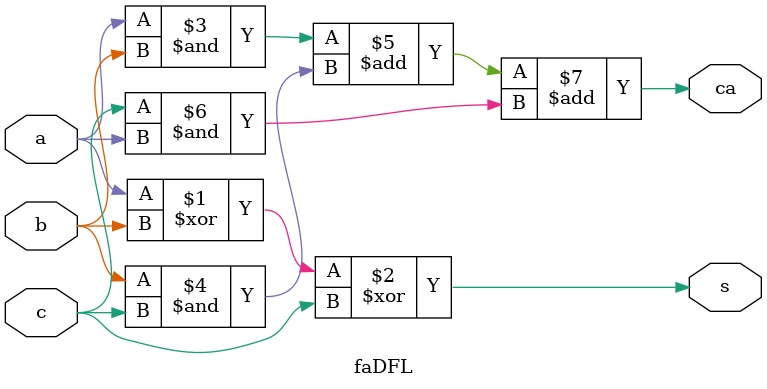
<source format=v>
module faDFL(s, ca, a, b, c);
output s, ca;
input a,b, c;
assign s=a^b^c;
assign ca=((a&b)+(b&c)+(c&a));
endmodule

</source>
